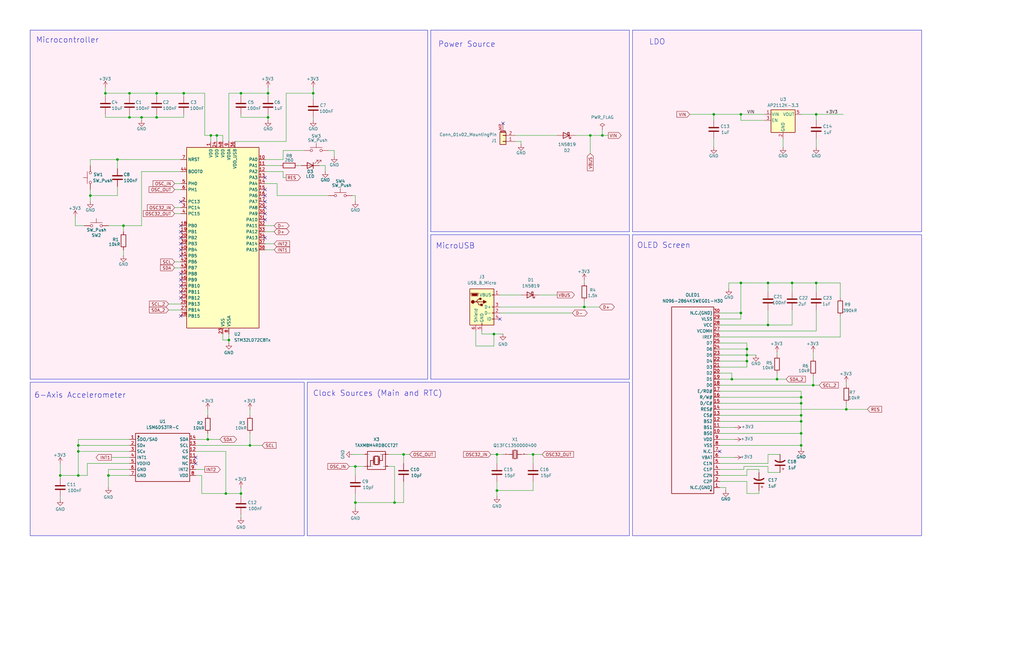
<source format=kicad_sch>
(kicad_sch (version 20231120) (generator "eeschema") (generator_version "8.0")
  (paper "User" 431.8 279.4)
  (title_block (title "Watch") (company "Pedro"))
  (junction (at 337.82 182.88))
  (junction (at 132.08 39.37))
  (junction (at 105.41 187.96))
  (junction (at 246.38 129.54))
  (junction (at 54.61 49.53))
  (junction (at 314.96 147.32))
  (junction (at 166.37 212.09))
  (junction (at 49.53 67.31))
  (junction (at 52.07 95.25))
  (junction (at 312.42 48.26))
  (junction (at 38.1 82.55))
  (junction (at 33.02 200.66))
  (junction (at 248.92 57.15))
  (junction (at 224.79 191.77))
  (junction (at 66.04 49.53))
  (junction (at 337.82 167.64))
  (junction (at 314.96 149.86))
  (junction (at 208.28 140.97))
  (junction (at 312.42 119.38))
  (junction (at 59.69 49.53))
  (junction (at 344.17 48.26))
  (junction (at 101.6 39.37))
  (junction (at 45.72 200.66))
  (junction (at 337.82 175.26))
  (junction (at 44.45 39.37))
  (junction (at 25.4 200.66))
  (junction (at 113.03 39.37))
  (junction (at 96.52 143.51))
  (junction (at 334.01 119.38))
  (junction (at 337.82 170.18))
  (junction (at 337.82 177.8))
  (junction (at 113.03 49.53))
  (junction (at 323.85 119.38))
  (junction (at 323.85 137.16))
  (junction (at 33.02 187.96))
  (junction (at 77.47 39.37))
  (junction (at 314.96 152.4))
  (junction (at 344.17 119.38))
  (junction (at 149.86 196.85))
  (junction (at 300.99 48.26))
  (junction (at 308.61 160.02))
  (junction (at 337.82 187.96))
  (junction (at 254 57.15))
  (junction (at 209.55 207.01))
  (junction (at 312.42 132.08))
  (junction (at 95.25 208.28))
  (junction (at 356.87 172.72))
  (junction (at 327.66 160.02))
  (junction (at 88.9 57.15))
  (junction (at 209.55 191.77))
  (junction (at 101.6 208.28))
  (junction (at 66.04 39.37))
  (junction (at 342.9 162.56))
  (junction (at 33.02 190.5))
  (junction (at 54.61 39.37))
  (junction (at 149.86 212.09))
  (junction (at 87.63 185.42))
  (junction (at 91.44 57.15))
  (junction (at 170.18 191.77))
  (no_connect (at 111.76 80.01))
  (no_connect (at 303.53 190.5))
  (no_connect (at 82.55 195.58))
  (no_connect (at 76.2 97.79))
  (no_connect (at 76.2 125.73))
  (no_connect (at 76.2 123.19))
  (no_connect (at 111.76 92.71))
  (no_connect (at 76.2 105.41))
  (no_connect (at 76.2 100.33))
  (no_connect (at 76.2 95.25))
  (no_connect (at 76.2 120.65))
  (no_connect (at 76.2 107.95))
  (no_connect (at 76.2 133.35))
  (no_connect (at 111.76 85.09))
  (no_connect (at 212.09 52.07))
  (no_connect (at 76.2 118.11))
  (no_connect (at 210.82 134.62))
  (no_connect (at 111.76 82.55))
  (no_connect (at 82.55 193.04))
  (no_connect (at 76.2 85.09))
  (no_connect (at 76.2 115.57))
  (no_connect (at 111.76 100.33))
  (no_connect (at 111.76 87.63))
  (no_connect (at 76.2 102.87))
  (no_connect (at 111.76 74.93))
  (no_connect (at 111.76 90.17))
  (wire (pts (xy 320.04 198.12) (xy 320.04 199.39)))
  (wire (pts (xy 303.53 162.56) (xy 342.9 162.56)))
  (wire (pts (xy 306.07 205.74) (xy 306.07 207.01)))
  (wire (pts (xy 49.53 67.31) (xy 76.2 67.31)))
  (wire (pts (xy 88.9 57.15) (xy 88.9 59.69)))
  (wire (pts (xy 303.53 175.26) (xy 337.82 175.26)))
  (wire (pts (xy 170.18 195.58) (xy 170.18 191.77)))
  (wire (pts (xy 36.83 195.58) (xy 36.83 200.66)))
  (wire (pts (xy 54.61 185.42) (xy 33.02 185.42)))
  (wire (pts (xy 323.85 196.85) (xy 323.85 199.39)))
  (wire (pts (xy 93.98 57.15) (xy 91.44 57.15)))
  (wire (pts (xy 71.12 128.27) (xy 76.2 128.27)))
  (wire (pts (xy 73.66 80.01) (xy 76.2 80.01)))
  (wire (pts (xy 207.01 191.77) (xy 209.55 191.77)))
  (wire (pts (xy 82.55 198.12) (xy 86.36 198.12)))
  (wire (pts (xy 105.41 182.88) (xy 105.41 187.96)))
  (wire (pts (xy 246.38 129.54) (xy 252.73 129.54)))
  (wire (pts (xy 66.04 48.26) (xy 66.04 49.53)))
  (wire (pts (xy 49.53 67.31) (xy 49.53 71.12)))
  (wire (pts (xy 303.53 149.86) (xy 314.96 149.86)))
  (wire (pts (xy 149.86 196.85) (xy 153.67 196.85)))
  (wire (pts (xy 337.82 189.23) (xy 337.82 187.96)))
  (wire (pts (xy 246.38 118.11) (xy 246.38 119.38)))
  (wire (pts (xy 66.04 49.53) (xy 77.47 49.53)))
  (wire (pts (xy 96.52 59.69) (xy 96.52 39.37)))
  (wire (pts (xy 54.61 200.66) (xy 45.72 200.66)))
  (wire (pts (xy 113.03 48.26) (xy 113.03 49.53)))
  (wire (pts (xy 323.85 137.16) (xy 334.01 137.16)))
  (wire (pts (xy 113.03 49.53) (xy 113.03 50.8)))
  (wire (pts (xy 59.69 72.39) (xy 76.2 72.39)))
  (wire (pts (xy 334.01 119.38) (xy 334.01 123.19)))
  (wire (pts (xy 73.66 113.03) (xy 76.2 113.03)))
  (wire (pts (xy 113.03 36.83) (xy 113.03 39.37)))
  (wire (pts (xy 73.66 110.49) (xy 76.2 110.49)))
  (wire (pts (xy 320.04 207.01) (xy 320.04 208.28)))
  (wire (pts (xy 209.55 207.01) (xy 209.55 209.55)))
  (wire (pts (xy 170.18 191.77) (xy 172.72 191.77)))
  (wire (pts (xy 314.96 203.2) (xy 314.96 208.28)))
  (wire (pts (xy 93.98 59.69) (xy 93.98 57.15)))
  (wire (pts (xy 344.17 119.38) (xy 354.33 119.38)))
  (wire (pts (xy 91.44 59.69) (xy 91.44 57.15)))
  (wire (pts (xy 337.82 177.8) (xy 337.82 182.88)))
  (wire (pts (xy 25.4 201.93) (xy 25.4 200.66)))
  (wire (pts (xy 54.61 195.58) (xy 36.83 195.58)))
  (wire (pts (xy 307.34 119.38) (xy 312.42 119.38)))
  (wire (pts (xy 120.65 39.37) (xy 132.08 39.37)))
  (wire (pts (xy 38.1 82.55) (xy 49.53 82.55)))
  (wire (pts (xy 111.76 69.85) (xy 118.11 69.85)))
  (wire (pts (xy 149.86 212.09) (xy 166.37 212.09)))
  (wire (pts (xy 86.36 39.37) (xy 77.47 39.37)))
  (wire (pts (xy 86.36 39.37) (xy 86.36 57.15)))
  (wire (pts (xy 96.52 39.37) (xy 101.6 39.37)))
  (wire (pts (xy 224.79 191.77) (xy 228.6 191.77)))
  (wire (pts (xy 111.76 97.79) (xy 115.57 97.79)))
  (wire (pts (xy 327.66 148.59) (xy 327.66 149.86)))
  (wire (pts (xy 254 57.15) (xy 256.54 57.15)))
  (wire (pts (xy 327.66 157.48) (xy 327.66 160.02)))
  (wire (pts (xy 119.38 74.93) (xy 120.65 74.93)))
  (wire (pts (xy 209.55 207.01) (xy 224.79 207.01)))
  (wire (pts (xy 148.59 191.77) (xy 153.67 191.77)))
  (wire (pts (xy 66.04 39.37) (xy 77.47 39.37)))
  (wire (pts (xy 323.85 119.38) (xy 334.01 119.38)))
  (wire (pts (xy 38.1 69.85) (xy 38.1 67.31)))
  (wire (pts (xy 303.53 147.32) (xy 314.96 147.32)))
  (wire (pts (xy 219.71 59.69) (xy 219.71 60.96)))
  (wire (pts (xy 217.17 57.15) (xy 234.95 57.15)))
  (wire (pts (xy 303.53 203.2) (xy 314.96 203.2)))
  (wire (pts (xy 33.02 187.96) (xy 33.02 190.5)))
  (wire (pts (xy 119.38 63.5) (xy 128.27 63.5)))
  (wire (pts (xy 323.85 123.19) (xy 323.85 119.38)))
  (wire (pts (xy 344.17 48.26) (xy 344.17 50.8)))
  (wire (pts (xy 66.04 39.37) (xy 66.04 40.64)))
  (wire (pts (xy 312.42 48.26) (xy 312.42 50.8)))
  (wire (pts (xy 33.02 190.5) (xy 33.02 200.66)))
  (wire (pts (xy 313.69 196.85) (xy 323.85 196.85)))
  (wire (pts (xy 303.53 137.16) (xy 323.85 137.16)))
  (wire (pts (xy 59.69 49.53) (xy 66.04 49.53)))
  (wire (pts (xy 149.86 208.28) (xy 149.86 212.09)))
  (wire (pts (xy 125.73 69.85) (xy 127 69.85)))
  (wire (pts (xy 313.69 198.12) (xy 313.69 196.85)))
  (wire (pts (xy 356.87 161.29) (xy 356.87 162.56)))
  (wire (pts (xy 300.99 58.42) (xy 300.99 62.23)))
  (wire (pts (xy 87.63 182.88) (xy 87.63 185.42)))
  (wire (pts (xy 209.55 191.77) (xy 212.09 191.77)))
  (wire (pts (xy 149.86 82.55) (xy 149.86 85.09)))
  (wire (pts (xy 87.63 185.42) (xy 92.71 185.42)))
  (wire (pts (xy 303.53 198.12) (xy 313.69 198.12)))
  (wire (pts (xy 203.2 140.97) (xy 208.28 140.97)))
  (wire (pts (xy 314.96 152.4) (xy 314.96 149.86)))
  (wire (pts (xy 254 54.61) (xy 254 57.15)))
  (wire (pts (xy 222.25 191.77) (xy 224.79 191.77)))
  (wire (pts (xy 303.53 167.64) (xy 337.82 167.64)))
  (wire (pts (xy 101.6 39.37) (xy 101.6 40.64)))
  (wire (pts (xy 82.55 200.66) (xy 85.09 200.66)))
  (wire (pts (xy 101.6 49.53) (xy 113.03 49.53)))
  (wire (pts (xy 96.52 140.97) (xy 96.52 143.51)))
  (wire (pts (xy 323.85 195.58) (xy 323.85 191.77)))
  (wire (pts (xy 200.66 139.7) (xy 200.66 146.05)))
  (wire (pts (xy 312.42 132.08) (xy 312.42 119.38)))
  (wire (pts (xy 116.84 77.47) (xy 116.84 82.55)))
  (wire (pts (xy 33.02 200.66) (xy 36.83 200.66)))
  (wire (pts (xy 337.82 170.18) (xy 337.82 175.26)))
  (wire (pts (xy 314.96 147.32) (xy 314.96 144.78)))
  (wire (pts (xy 337.82 167.64) (xy 337.82 170.18)))
  (wire (pts (xy 303.53 132.08) (xy 312.42 132.08)))
  (wire (pts (xy 54.61 48.26) (xy 54.61 49.53)))
  (wire (pts (xy 314.96 208.28) (xy 320.04 208.28)))
  (wire (pts (xy 248.92 57.15) (xy 248.92 64.77)))
  (wire (pts (xy 147.32 196.85) (xy 149.86 196.85)))
  (wire (pts (xy 111.76 72.39) (xy 119.38 72.39)))
  (wire (pts (xy 113.03 39.37) (xy 113.03 40.64)))
  (wire (pts (xy 31.75 91.44) (xy 31.75 95.25)))
  (wire (pts (xy 45.72 95.25) (xy 52.07 95.25)))
  (wire (pts (xy 149.86 212.09) (xy 149.86 214.63)))
  (wire (pts (xy 95.25 190.5) (xy 95.25 208.28)))
  (wire (pts (xy 337.82 48.26) (xy 344.17 48.26)))
  (wire (pts (xy 344.17 58.42) (xy 344.17 62.23)))
  (wire (pts (xy 163.83 196.85) (xy 166.37 196.85)))
  (wire (pts (xy 73.66 77.47) (xy 76.2 77.47)))
  (wire (pts (xy 59.69 49.53) (xy 59.69 50.8)))
  (wire (pts (xy 49.53 78.74) (xy 49.53 82.55)))
  (wire (pts (xy 101.6 205.74) (xy 101.6 208.28)))
  (wire (pts (xy 111.76 102.87) (xy 115.57 102.87)))
  (wire (pts (xy 95.25 208.28) (xy 101.6 208.28)))
  (wire (pts (xy 217.17 59.69) (xy 219.71 59.69)))
  (wire (pts (xy 44.45 39.37) (xy 54.61 39.37)))
  (wire (pts (xy 354.33 142.24) (xy 303.53 142.24)))
  (wire (pts (xy 25.4 195.58) (xy 25.4 200.66)))
  (wire (pts (xy 314.96 198.12) (xy 320.04 198.12)))
  (wire (pts (xy 337.82 177.8) (xy 303.53 177.8)))
  (wire (pts (xy 86.36 57.15) (xy 88.9 57.15)))
  (wire (pts (xy 132.08 39.37) (xy 132.08 41.91)))
  (wire (pts (xy 82.55 190.5) (xy 95.25 190.5)))
  (wire (pts (xy 44.45 40.64) (xy 44.45 39.37)))
  (wire (pts (xy 85.09 200.66) (xy 85.09 208.28)))
  (wire (pts (xy 344.17 130.81) (xy 344.17 139.7)))
  (wire (pts (xy 303.53 170.18) (xy 337.82 170.18)))
  (wire (pts (xy 337.82 165.1) (xy 337.82 167.64)))
  (wire (pts (xy 330.2 58.42) (xy 330.2 62.23)))
  (wire (pts (xy 119.38 67.31) (xy 119.38 63.5)))
  (wire (pts (xy 209.55 195.58) (xy 209.55 191.77)))
  (wire (pts (xy 25.4 200.66) (xy 33.02 200.66)))
  (wire (pts (xy 354.33 125.73) (xy 354.33 119.38)))
  (wire (pts (xy 25.4 209.55) (xy 25.4 210.82)))
  (wire (pts (xy 170.18 203.2) (xy 170.18 212.09)))
  (wire (pts (xy 342.9 162.56) (xy 345.44 162.56)))
  (wire (pts (xy 120.65 59.69) (xy 99.06 59.69)))
  (wire (pts (xy 119.38 72.39) (xy 119.38 74.93)))
  (wire (pts (xy 44.45 48.26) (xy 44.45 49.53)))
  (wire (pts (xy 105.41 172.72) (xy 105.41 175.26)))
  (wire (pts (xy 93.98 143.51) (xy 96.52 143.51)))
  (wire (pts (xy 323.85 199.39) (xy 328.93 199.39)))
  (wire (pts (xy 303.53 172.72) (xy 356.87 172.72)))
  (wire (pts (xy 52.07 95.25) (xy 52.07 97.79)))
  (wire (pts (xy 35.56 95.25) (xy 31.75 95.25)))
  (wire (pts (xy 312.42 48.26) (xy 322.58 48.26)))
  (wire (pts (xy 38.1 82.55) (xy 38.1 85.09)))
  (wire (pts (xy 208.28 146.05) (xy 208.28 140.97)))
  (wire (pts (xy 96.52 143.51) (xy 96.52 144.78)))
  (wire (pts (xy 303.53 187.96) (xy 337.82 187.96)))
  (wire (pts (xy 77.47 48.26) (xy 77.47 49.53)))
  (wire (pts (xy 149.86 82.55) (xy 148.59 82.55)))
  (wire (pts (xy 73.66 87.63) (xy 76.2 87.63)))
  (wire (pts (xy 342.9 158.75) (xy 342.9 162.56)))
  (wire (pts (xy 224.79 207.01) (xy 224.79 203.2)))
  (wire (pts (xy 101.6 217.17) (xy 101.6 218.44)))
  (wire (pts (xy 132.08 49.53) (xy 132.08 50.8)))
  (wire (pts (xy 210.82 129.54) (xy 246.38 129.54)))
  (wire (pts (xy 314.96 144.78) (xy 303.53 144.78)))
  (wire (pts (xy 45.72 200.66) (xy 45.72 205.74)))
  (wire (pts (xy 242.57 57.15) (xy 248.92 57.15)))
  (wire (pts (xy 82.55 187.96) (xy 105.41 187.96)))
  (wire (pts (xy 337.82 175.26) (xy 337.82 177.8)))
  (wire (pts (xy 134.62 69.85) (xy 137.16 69.85)))
  (wire (pts (xy 120.65 39.37) (xy 120.65 59.69)))
  (wire (pts (xy 312.42 134.62) (xy 312.42 132.08)))
  (wire (pts (xy 303.53 134.62) (xy 312.42 134.62)))
  (wire (pts (xy 82.55 185.42) (xy 87.63 185.42)))
  (wire (pts (xy 54.61 198.12) (xy 45.72 198.12)))
  (wire (pts (xy 303.53 157.48) (xy 308.61 157.48)))
  (wire (pts (xy 38.1 67.31) (xy 49.53 67.31)))
  (wire (pts (xy 344.17 119.38) (xy 344.17 123.19)))
  (wire (pts (xy 111.76 95.25) (xy 115.57 95.25)))
  (wire (pts (xy 303.53 154.94) (xy 314.96 154.94)))
  (wire (pts (xy 246.38 127) (xy 246.38 129.54)))
  (wire (pts (xy 111.76 77.47) (xy 116.84 77.47)))
  (wire (pts (xy 337.82 187.96) (xy 337.82 182.88)))
  (wire (pts (xy 73.66 90.17) (xy 76.2 90.17)))
  (wire (pts (xy 334.01 130.81) (xy 334.01 137.16)))
  (wire (pts (xy 137.16 69.85) (xy 137.16 72.39)))
  (wire (pts (xy 54.61 39.37) (xy 54.61 40.64)))
  (wire (pts (xy 44.45 36.83) (xy 44.45 39.37)))
  (wire (pts (xy 210.82 132.08) (xy 241.3 132.08)))
  (wire (pts (xy 344.17 48.26) (xy 355.6 48.26)))
  (wire (pts (xy 87.63 172.72) (xy 87.63 175.26)))
  (wire (pts (xy 303.53 205.74) (xy 306.07 205.74)))
  (wire (pts (xy 323.85 130.81) (xy 323.85 137.16)))
  (wire (pts (xy 111.76 105.41) (xy 115.57 105.41)))
  (wire (pts (xy 208.28 140.97) (xy 212.09 140.97)))
  (wire (pts (xy 356.87 170.18) (xy 356.87 172.72)))
  (wire (pts (xy 303.53 182.88) (xy 337.82 182.88)))
  (wire (pts (xy 54.61 190.5) (xy 33.02 190.5)))
  (wire (pts (xy 132.08 36.83) (xy 132.08 39.37)))
  (wire (pts (xy 54.61 187.96) (xy 33.02 187.96)))
  (wire (pts (xy 54.61 39.37) (xy 66.04 39.37)))
  (wire (pts (xy 85.09 208.28) (xy 95.25 208.28)))
  (wire (pts (xy 52.07 105.41) (xy 52.07 107.95)))
  (wire (pts (xy 248.92 57.15) (xy 254 57.15)))
  (wire (pts (xy 166.37 212.09) (xy 170.18 212.09)))
  (wire (pts (xy 71.12 130.81) (xy 76.2 130.81)))
  (wire (pts (xy 308.61 160.02) (xy 327.66 160.02)))
  (wire (pts (xy 200.66 146.05) (xy 208.28 146.05)))
  (wire (pts (xy 314.96 154.94) (xy 314.96 152.4)))
  (wire (pts (xy 33.02 185.42) (xy 33.02 187.96)))
  (wire (pts (xy 101.6 209.55) (xy 101.6 208.28)))
  (wire (pts (xy 314.96 149.86) (xy 314.96 147.32)))
  (wire (pts (xy 46.99 193.04) (xy 54.61 193.04)))
  (wire (pts (xy 327.66 160.02) (xy 331.47 160.02)))
  (wire (pts (xy 91.44 57.15) (xy 88.9 57.15)))
  (wire (pts (xy 45.72 198.12) (xy 45.72 200.66)))
  (wire (pts (xy 93.98 140.97) (xy 93.98 143.51)))
  (wire (pts (xy 334.01 119.38) (xy 344.17 119.38)))
  (wire (pts (xy 166.37 196.85) (xy 166.37 212.09)))
  (wire (pts (xy 203.2 139.7) (xy 203.2 140.97)))
  (wire (pts (xy 303.53 193.04) (xy 309.88 193.04)))
  (wire (pts (xy 209.55 203.2) (xy 209.55 207.01)))
  (wire (pts (xy 303.53 180.34) (xy 309.88 180.34)))
  (wire (pts (xy 314.96 149.86) (xy 318.77 149.86)))
  (wire (pts (xy 303.53 152.4) (xy 314.96 152.4)))
  (wire (pts (xy 59.69 72.39) (xy 59.69 95.25)))
  (wire (pts (xy 300.99 48.26) (xy 300.99 50.8)))
  (wire (pts (xy 323.85 191.77) (xy 328.93 191.77)))
  (wire (pts (xy 101.6 39.37) (xy 113.03 39.37)))
  (wire (pts (xy 356.87 172.72) (xy 365.76 172.72)))
  (wire (pts (xy 111.76 67.31) (xy 119.38 67.31)))
  (wire (pts (xy 54.61 49.53) (xy 59.69 49.53)))
  (wire (pts (xy 210.82 124.46) (xy 219.71 124.46)))
  (wire (pts (xy 354.33 133.35) (xy 354.33 142.24)))
  (wire (pts (xy 300.99 48.26) (xy 312.42 48.26)))
  (wire (pts (xy 290.83 48.26) (xy 300.99 48.26)))
  (wire (pts (xy 303.53 185.42) (xy 309.88 185.42)))
  (wire (pts (xy 342.9 148.59) (xy 342.9 151.13)))
  (wire (pts (xy 116.84 82.55) (xy 138.43 82.55)))
  (wire (pts (xy 308.61 157.48) (xy 308.61 160.02)))
  (wire (pts (xy 314.96 200.66) (xy 314.96 198.12)))
  (wire (pts (xy 303.53 195.58) (xy 323.85 195.58)))
  (wire (pts (xy 140.97 63.5) (xy 140.97 66.04)))
  (wire (pts (xy 303.53 139.7) (xy 344.17 139.7)))
  (wire (pts (xy 303.53 200.66) (xy 314.96 200.66)))
  (wire (pts (xy 52.07 95.25) (xy 59.69 95.25)))
  (wire (pts (xy 138.43 63.5) (xy 140.97 63.5)))
  (wire (pts (xy 307.34 121.92) (xy 307.34 119.38)))
  (wire (pts (xy 44.45 49.53) (xy 54.61 49.53)))
  (wire (pts (xy 227.33 124.46) (xy 234.95 124.46)))
  (wire (pts (xy 322.58 50.8) (xy 312.42 50.8)))
  (wire (pts (xy 38.1 80.01) (xy 38.1 82.55)))
  (wire (pts (xy 101.6 48.26) (xy 101.6 49.53)))
  (wire (pts (xy 312.42 119.38) (xy 323.85 119.38)))
  (wire (pts (xy 303.53 165.1) (xy 337.82 165.1)))
  (wire (pts (xy 303.53 160.02) (xy 308.61 160.02)))
  (wire (pts (xy 105.41 187.96) (xy 110.49 187.96)))
  (wire (pts (xy 224.79 195.58) (xy 224.79 191.77)))
  (wire (pts (xy 77.47 39.37) (xy 77.47 40.64)))
  (wire (pts (xy 163.83 191.77) (xy 170.18 191.77)))
  (wire (pts (xy 149.86 200.66) (xy 149.86 196.85)))
  (rectangle (start 181.61 99.06) (end 265.43 160.02) (fill (type color) (color 255 173 214 0.2)))
  (rectangle (start 181.61 12.7) (end 265.43 97.79) (fill (type color) (color 255 173 214 0.2)))
  (rectangle (start 266.7 12.7) (end 388.62 97.79) (fill (type color) (color 255 173 214 0.2)))
  (rectangle (start 129.54 161.29) (end 265.43 226.06) (fill (type color) (color 255 173 214 0.2)))
  (rectangle (start 12.7 161.29) (end 128.27 226.06) (fill (type color) (color 255 173 214 0.2)))
  (rectangle (start 266.7 99.06) (end 388.62 226.06) (fill (type color) (color 255 173 214 0.2)))
  (rectangle (start 12.7 12.7) (end 180.34 160.02) (fill (type color) (color 254 172 212 0.2)))
  (text "LDO" (at 277.114 17.78 0) (effects (font (size 2.3368 2.3368))))
  (text "MicroUSB\n" (at 192.024 103.886 0) (effects (font (size 2.3368 2.3368))))
  (text "Power Source" (at 196.85 18.796 0) (effects (font (size 2.3368 2.3368))))
  (text "Clock Sources (Main and RTC)" (at 159.258 166.116 0) (effects (font (size 2.3368 2.3368))))
  (text "6-Axis Accelerometer" (at 33.782 166.878 0) (effects (font (size 2.3368 2.3368))))
  (text "OLED Screen" (at 279.908 103.632 0) (effects (font (size 2.3368 2.3368))))
  (text "Microcontroller" (at 28.448 17.018 0) (effects (font (size 2.3368 2.3368))))
  (label "VIN" (at 314.96 48.26 0))
  (label "+3V3" (at 347.98 48.26 0))
  (global_label "VBUS" (shape input) (at 248.92 64.77 270) (property "Intersheetrefs" "${INTERSHEET_REFS}" (effects (hide yes))))
  (global_label "OSC_OUT" (shape input) (at 73.66 80.01 180) (property "Intersheetrefs" "${INTERSHEET_REFS}" (effects (hide yes))))
  (global_label "OSC32_IN" (shape input) (at 207.01 191.77 180) (property "Intersheetrefs" "${INTERSHEET_REFS}" (effects (hide yes))))
  (global_label "OSC_OUT" (shape input) (at 172.72 191.77 0) (property "Intersheetrefs" "${INTERSHEET_REFS}" (effects (hide yes))))
  (global_label "OSC32_OUT" (shape input) (at 73.66 90.17 180) (property "Intersheetrefs" "${INTERSHEET_REFS}" (effects (hide yes))))
  (global_label "SDA_2" (shape input) (at 71.12 130.81 180) (property "Intersheetrefs" "${INTERSHEET_REFS}" (effects (hide yes))))
  (global_label "SDA" (shape bidirectional) (at 92.71 185.42 0) (property "Intersheetrefs" "${INTERSHEET_REFS}" (effects (hide yes))))
  (global_label "SCL_2" (shape input) (at 345.44 162.56 0) (property "Intersheetrefs" "${INTERSHEET_REFS}" (effects (hide yes))))
  (global_label "VIN" (shape input) (at 290.83 48.26 180) (property "Intersheetrefs" "${INTERSHEET_REFS}" (effects (hide yes))))
  (global_label "INT2" (shape input) (at 115.57 102.87 0) (property "Intersheetrefs" "${INTERSHEET_REFS}" (effects (hide yes))))
  (global_label "OSC_IN" (shape input) (at 73.66 77.47 180) (property "Intersheetrefs" "${INTERSHEET_REFS}" (effects (hide yes))))
  (global_label "SCL" (shape input) (at 110.49 187.96 0) (property "Intersheetrefs" "${INTERSHEET_REFS}" (effects (hide yes))))
  (global_label "RES" (shape output) (at 120.65 74.93 0) (property "Intersheetrefs" "${INTERSHEET_REFS}" (effects (hide yes))))
  (global_label "INT1" (shape input) (at 115.57 105.41 0) (property "Intersheetrefs" "${INTERSHEET_REFS}" (effects (hide yes))))
  (global_label "SDA" (shape input) (at 73.66 113.03 180) (property "Intersheetrefs" "${INTERSHEET_REFS}" (effects (hide yes))))
  (global_label "SDA_2" (shape input) (at 331.47 160.02 0) (property "Intersheetrefs" "${INTERSHEET_REFS}" (effects (hide yes))))
  (global_label "SCL" (shape input) (at 73.66 110.49 180) (property "Intersheetrefs" "${INTERSHEET_REFS}" (effects (hide yes))))
  (global_label "INT2" (shape output) (at 86.36 198.12 0) (property "Intersheetrefs" "${INTERSHEET_REFS}" (effects (hide yes))))
  (global_label "VIN" (shape output) (at 256.54 57.15 0) (property "Intersheetrefs" "${INTERSHEET_REFS}" (effects (hide yes))))
  (global_label "SCL_2" (shape input) (at 71.12 128.27 180) (property "Intersheetrefs" "${INTERSHEET_REFS}" (effects (hide yes))))
  (global_label "OSC_IN" (shape input) (at 147.32 196.85 180) (property "Intersheetrefs" "${INTERSHEET_REFS}" (effects (hide yes))))
  (global_label "D-" (shape bidirectional) (at 241.3 132.08 0) (property "Intersheetrefs" "${INTERSHEET_REFS}" (effects (hide yes))))
  (global_label "OSC32_OUT" (shape input) (at 228.6 191.77 0) (property "Intersheetrefs" "${INTERSHEET_REFS}" (effects (hide yes))))
  (global_label "INT1" (shape output) (at 46.99 193.04 180) (property "Intersheetrefs" "${INTERSHEET_REFS}" (effects (hide yes))))
  (global_label "OSC32_IN" (shape input) (at 73.66 87.63 180) (property "Intersheetrefs" "${INTERSHEET_REFS}" (effects (hide yes))))
  (global_label "VBUS" (shape output) (at 234.95 124.46 0) (property "Intersheetrefs" "${INTERSHEET_REFS}" (effects (hide yes))))
  (global_label "D-" (shape bidirectional) (at 115.57 95.25 0) (property "Intersheetrefs" "${INTERSHEET_REFS}" (effects (hide yes))))
  (global_label "D+" (shape bidirectional) (at 115.57 97.79 0) (property "Intersheetrefs" "${INTERSHEET_REFS}" (effects (hide yes))))
  (global_label "D+" (shape bidirectional) (at 252.73 129.54 0) (property "Intersheetrefs" "${INTERSHEET_REFS}" (effects (hide yes))))
  (global_label "RES" (shape input) (at 365.76 172.72 0) (property "Intersheetrefs" "${INTERSHEET_REFS}" (effects (hide yes))))
  (symbol (lib_id "SCHLIB_N096-2864KSWEG01-H30_2025-05-28:N096-2864KSWEG01-H30") (at 292.1 168.91 180) (unit 1)
    (property "Reference" "OLED1" (at 292.1 124.46 0))
    (property "Value" "N096-2864KSWEG01-H30" (at 292.1 127 0))
    (property "Footprint" "Watch-PCB-Lib:OLED_0.96-30P-P0.70-12864" (effects (hide yes)))
    (property "Manufacturer Part" "N096-2864KSWEG01-H30" (effects (hide yes)))
    (property "Manufacturer" "Newvision(新智景)" (effects (hide yes)))
    (property "Supplier Part" "C2890596" (effects (hide yes)))
    (property "Supplier" "LCSC" (effects (hide yes)))
    (property "JLC_3DModel" "051045abecb44869adf3d7bdc1667540" (effects (hide yes)))
    (property "JLC_3D_Size" "26.7 31.27" (effects (hide yes)))
  )
  (symbol (lib_id "power:+3V3") (at 101.6 205.74 0) (unit 1)
    (property "Reference" "#PWR030" (effects (hide yes)))
    (property "Value" "+3V3" (at 101.346 202.184 0))
    (property "Description" "Power symbol creates a global label with name \"+3V3\"" (effects (hide yes)))
  )
  (symbol (lib_id "Device:C") (at 300.99 54.61 0) (unit 1)
    (property "Reference" "C13" (at 303.784 53.34 0) (effects (justify left)))
    (property "Value" "1uF" (at 304.038 55.88 0) (effects (justify left)))
    (property "Footprint" "Capacitor_SMD:C_0805_2012Metric" (effects (hide yes)))
    (property "Description" "Unpolarized capacitor" (effects (hide yes)))
  )
  (symbol (lib_id "power:+3V3") (at 309.88 185.42 270) (unit 1)
    (property "Reference" "#PWR037" (effects (hide yes)))
    (property "Value" "+3V3" (at 314.96 185.166 90))
    (property "Description" "Power symbol creates a global label with name \"+3V3\"" (effects (hide yes)))
  )
  (symbol (lib_id "power:GND") (at 337.82 189.23 0) (unit 1)
    (property "Reference" "#PWR021" (effects (hide yes)))
    (property "Value" "GND" (at 337.82 192.786 0))
    (property "Description" "Power symbol creates a global label with name \"GND\" , ground" (effects (hide yes)))
  )
  (symbol (lib_id "Device:R") (at 342.9 154.94 180) (unit 1)
    (property "Reference" "R6" (at 339.598 154.432 0))
    (property "Value" "10kR" (at 339.09 156.464 0))
    (property "Footprint" "Resistor_SMD:R_0805_2012Metric" (effects (hide yes)))
    (property "Description" "Resistor" (effects (hide yes)))
  )
  (symbol (lib_id "power:GND") (at 209.55 209.55 0) (unit 1)
    (property "Reference" "#PWR023" (effects (hide yes)))
    (property "Value" "GND" (at 209.55 213.614 0))
    (property "Description" "Power symbol creates a global label with name \"GND\" , ground" (effects (hide yes)))
  )
  (symbol (lib_id "power:+3V3") (at 327.66 148.59 0) (unit 1)
    (property "Reference" "#PWR034" (effects (hide yes)))
    (property "Value" "+3V3" (at 327.406 145.034 0))
    (property "Description" "Power symbol creates a global label with name \"+3V3\"" (effects (hide yes)))
  )
  (symbol (lib_id "Device:LED") (at 130.81 69.85 180) (unit 1)
    (property "Reference" "D3" (at 130.81 72.39 0))
    (property "Value" "LED" (at 130.81 74.422 0))
    (property "Footprint" "Watch-PCB-Lib:LED0805-R-RD" (effects (hide yes)))
    (property "Description" "Light emitting diode" (effects (hide yes)))
  )
  (symbol (lib_id "power:GND") (at 59.69 50.8 0) (unit 1)
    (property "Reference" "#PWR02" (effects (hide yes)))
    (property "Value" "GND" (at 59.69 54.356 0))
    (property "Description" "Power symbol creates a global label with name \"GND\" , ground" (effects (hide yes)))
  )
  (symbol (lib_id "Connector:USB_B_Micro") (at 203.2 129.54 0) (unit 1)
    (property "Reference" "J3" (at 203.2 116.84 0))
    (property "Value" "USB_B_Micro" (at 203.2 119.38 0))
    (property "Footprint" "Watch-PCB-Lib:MICRO-USB-SMD_5P-P0.65-H-F_C10418" (effects (hide yes)))
    (property "Description" "USB Micro Type B connector" (effects (hide yes)))
    (property "JLC_3DModel" "8d98bdb22dfe41cea8df3303517703a8" (effects (hide yes)))
    (property "JLC_3D_Size" "8.002 5.6" (effects (hide yes)))
  )
  (symbol (lib_id "Device:R") (at 52.07 101.6 180) (unit 1)
    (property "Reference" "R1" (at 48.768 101.092 0))
    (property "Value" "10kR" (at 48.26 103.124 0))
    (property "Footprint" "Resistor_SMD:R_0805_2012Metric" (effects (hide yes)))
    (property "Description" "Resistor" (effects (hide yes)))
  )
  (symbol (lib_id "power:GND") (at 149.86 214.63 0) (unit 1)
    (property "Reference" "#PWR011" (effects (hide yes)))
    (property "Value" "GND" (at 149.86 218.694 0))
    (property "Description" "Power symbol creates a global label with name \"GND\" , ground" (effects (hide yes)))
  )
  (symbol (lib_id "Device:C") (at 113.03 44.45 0) (unit 1)
    (property "Reference" "C6" (at 115.57 43.18 0) (effects (justify left)))
    (property "Value" "1uF" (at 115.57 45.72 0) (effects (justify left)))
    (property "Footprint" "Capacitor_SMD:C_0805_2012Metric" (effects (hide yes)))
    (property "Description" "Unpolarized capacitor" (effects (hide yes)))
  )
  (symbol (lib_id "Device:C_Polarized_US") (at 328.93 195.58 180) (unit 1)
    (property "Reference" "C18" (at 331.978 194.818 0) (effects (justify right)))
    (property "Value" "1uF" (at 332.232 197.358 0) (effects (justify right)))
    (property "Footprint" "Capacitor_SMD:C_0805_2012Metric" (effects (hide yes)))
    (property "Description" "Polarized capacitor, US symbol" (effects (hide yes)))
  )
  (symbol (lib_id "Diode:1N5819") (at 223.52 124.46 180) (unit 1)
    (property "Reference" "D1" (at 223.8375 118.11 0))
    (property "Value" "1N5819" (at 223.8375 120.65 0))
    (property "Footprint" "Watch-PCB-Lib:SOD-123_L2.7-W1.6-LS3.7-RD" (effects (hide yes)))
    (property "Datasheet" "http://www.vishay.com/docs/88525/1n5817.pdf" (effects (hide yes)))
    (property "Description" "40V 1A Schottky Barrier Rectifier Diode, DO-41" (effects (hide yes)))
    (property "JLC_3DModel" "4d7f235d12124480ae44c354a7fd93dd" (effects (hide yes)))
    (property "JLC_3D_Size" "3.709 1.6" (effects (hide yes)))
  )
  (symbol (lib_id "Device:C_Polarized_US") (at 320.04 203.2 180) (unit 1)
    (property "Reference" "C17" (at 323.85 202.5649 0) (effects (justify right)))
    (property "Value" "1uF" (at 323.85 205.1049 0) (effects (justify right)))
    (property "Footprint" "Capacitor_SMD:C_0805_2012Metric" (effects (hide yes)))
    (property "Description" "Polarized capacitor, US symbol" (effects (hide yes)))
  )
  (symbol (lib_id "power:GND") (at 212.09 140.97 0) (unit 1)
    (property "Reference" "#PWR010" (effects (hide yes)))
    (property "Value" "GND" (at 212.09 145.288 0))
    (property "Description" "Power symbol creates a global label with name \"GND\" , ground" (effects (hide yes)))
  )
  (symbol (lib_id "Device:C") (at 224.79 199.39 0) (unit 1)
    (property "Reference" "C16" (at 227.584 198.12 0) (effects (justify left)))
    (property "Value" "15pF" (at 227.838 200.66 0) (effects (justify left)))
    (property "Footprint" "Capacitor_SMD:C_0402_1005Metric" (effects (hide yes)))
    (property "Description" "Unpolarized capacitor" (effects (hide yes)))
  )
  (symbol (lib_id "power:+3V3") (at 246.38 118.11 0) (unit 1)
    (property "Reference" "#PWR040" (effects (hide yes)))
    (property "Value" "+3V3" (at 246.126 114.554 0))
    (property "Description" "Power symbol creates a global label with name \"+3V3\"" (effects (hide yes)))
  )
  (symbol (lib_id "Device:C") (at 101.6 213.36 0) (unit 1)
    (property "Reference" "C12" (at 104.394 212.09 0) (effects (justify left)))
    (property "Value" "100nF" (at 104.648 214.63 0) (effects (justify left)))
    (property "Footprint" "Capacitor_SMD:C_0603_1608Metric" (effects (hide yes)))
    (property "Description" "Unpolarized capacitor" (effects (hide yes)))
  )
  (symbol (lib_id "Connector_Generic_MountingPin:Conn_01x02_MountingPin") (at 212.09 59.69 180) (unit 1)
    (property "Reference" "J1" (at 209.55 59.3345 0) (effects (justify left)))
    (property "Value" "Conn_01x02_MountingPin" (at 209.55 56.7945 0) (effects (justify left)))
    (property "Footprint" "Watch-PCB-Lib:HDR-TH_2P-P2.00-H-M_2005WR-2P" (effects (hide yes)))
    (property "Description" "Generic connectable mounting pin connector, single row, 01x02, script generated (kicad-library-utils/schlib/autogen/connector/)" (effects (hide yes)))
    (property "JLC_3DModel" "bbbe6f8a9a8948aa8046efa4a5376ae2" (effects (hide yes)))
    (property "JLC_3D_Size" "4.01 7.2" (effects (hide yes)))
  )
  (symbol (lib_id "power:+3V3") (at 31.75 91.44 0) (unit 1)
    (property "Reference" "#PWR022" (effects (hide yes)))
    (property "Value" "+3V3" (at 31.496 87.884 0))
    (property "Description" "Power symbol creates a global label with name \"+3V3\"" (effects (hide yes)))
  )
  (symbol (lib_id "power:GND") (at 25.4 210.82 0) (unit 1)
    (property "Reference" "#PWR016" (effects (hide yes)))
    (property "Value" "GND" (at 25.4 214.884 0))
    (property "Description" "Power symbol creates a global label with name \"GND\" , ground" (effects (hide yes)))
  )
  (symbol (lib_id "power:GND") (at 306.07 207.01 0) (unit 1)
    (property "Reference" "#PWR020" (effects (hide yes)))
    (property "Value" "GND" (at 306.07 210.566 0))
    (property "Description" "Power symbol creates a global label with name \"GND\" , ground" (effects (hide yes)))
  )
  (symbol (lib_id "power:GND") (at 38.1 85.09 0) (unit 1)
    (property "Reference" "#PWR08" (effects (hide yes)))
    (property "Value" "GND" (at 38.1 88.646 0))
    (property "Description" "Power symbol creates a global label with name \"GND\" , ground" (effects (hide yes)))
  )
  (symbol (lib_id "Device:C") (at 323.85 127 0) (unit 1)
    (property "Reference" "C21" (at 326.136 125.222 0) (effects (justify left)))
    (property "Value" "100nF" (at 325.628 127.762 0) (effects (justify left)))
    (property "Footprint" "Capacitor_SMD:C_0603_1608Metric" (effects (hide yes)))
    (property "Description" "Unpolarized capacitor" (effects (hide yes)))
  )
  (symbol (lib_id "power:PWR_FLAG") (at 254 54.61 0) (unit 1)
    (property "Reference" "#FLG01" (effects (hide yes)))
    (property "Value" "PWR_FLAG" (at 254 49.53 0))
    (property "Description" "Special symbol for telling ERC where power comes from" (effects (hide yes)))
  )
  (symbol (lib_id "power:GND") (at 318.77 149.86 0) (unit 1)
    (property "Reference" "#PWR033" (effects (hide yes)))
    (property "Value" "GND" (at 318.77 153.416 0))
    (property "Description" "Power symbol creates a global label with name \"GND\" , ground" (effects (hide yes)))
  )
  (symbol (lib_id "Device:C") (at 44.45 44.45 0) (unit 1)
    (property "Reference" "C4" (at 46.99 43.18 0) (effects (justify left)))
    (property "Value" "10uF" (at 46.99 45.72 0) (effects (justify left)))
    (property "Footprint" "Capacitor_SMD:C_0603_1608Metric" (effects (hide yes)))
    (property "Description" "Unpolarized capacitor" (effects (hide yes)))
  )
  (symbol (lib_id "Device:R") (at 121.92 69.85 90) (unit 1)
    (property "Reference" "R8" (at 121.92 65.786 90))
    (property "Value" "260" (at 121.92 67.564 90))
    (property "Footprint" "Resistor_SMD:R_0805_2012Metric" (effects (hide yes)))
    (property "Description" "Resistor" (effects (hide yes)))
  )
  (symbol (lib_id "Device:C") (at 170.18 199.39 0) (unit 1)
    (property "Reference" "C10" (at 172.974 198.12 0) (effects (justify left)))
    (property "Value" "10pF" (at 173.228 200.66 0) (effects (justify left)))
    (property "Footprint" "Capacitor_SMD:C_0402_1005Metric" (effects (hide yes)))
    (property "Description" "Unpolarized capacitor" (effects (hide yes)))
  )
  (symbol (lib_id "Switch:SW_Push") (at 143.51 82.55 0) (unit 1)
    (property "Reference" "SW4" (at 145.542 76.454 0) (effects (justify right)))
    (property "Value" "SW_Push" (at 148.336 78.232 0) (effects (justify right)))
    (property "Footprint" "Watch-PCB-Lib:SW-Horz" (effects (hide yes)))
    (property "Description" "Push button switch, generic, two pins" (effects (hide yes)))
  )
  (symbol (lib_id "power:GND") (at 45.72 205.74 0) (unit 1)
    (property "Reference" "#PWR013" (effects (hide yes)))
    (property "Value" "GND" (at 45.72 209.804 0))
    (property "Description" "Power symbol creates a global label with name \"GND\" , ground" (effects (hide yes)))
  )
  (symbol (lib_id "power:GND") (at 52.07 107.95 0) (unit 1)
    (property "Reference" "#PWR09" (effects (hide yes)))
    (property "Value" "GND" (at 52.07 111.506 0))
    (property "Description" "Power symbol creates a global label with name \"GND\" , ground" (effects (hide yes)))
  )
  (symbol (lib_id "SCHLIB_LSM6DS3TR-C_2025-05-28:LSM6DS3TR-C") (at 68.58 193.04 0) (unit 1)
    (property "Reference" "U1" (at 68.58 177.8 0))
    (property "Value" "LSM6DS3TR-C" (at 68.58 180.34 0))
    (property "Footprint" "Watch-PCB-Lib:LGA-14_L3.0-W2.5-P0.50-TL" (effects (hide yes)))
    (property "Manufacturer Part" "LSM6DS3TR-C" (effects (hide yes)))
    (property "Manufacturer" "ST(意法半导体)" (effects (hide yes)))
    (property "Supplier Part" "C967633" (effects (hide yes)))
    (property "Supplier" "LCSC" (effects (hide yes)))
  )
  (symbol (lib_id "power:GND") (at 101.6 218.44 0) (unit 1)
    (property "Reference" "#PWR029" (effects (hide yes)))
    (property "Value" "GND" (at 101.6 222.504 0))
    (property "Description" "Power symbol creates a global label with name \"GND\" , ground" (effects (hide yes)))
  )
  (symbol (lib_id "SCHLIB_TAXM8M4RDBCCT2T_2025-06-02:TAXM8M4RDBCCT2T") (at 158.75 194.31 0) (unit 1)
    (property "Reference" "X3" (at 158.75 185.42 0))
    (property "Value" "TAXM8M4RDBCCT2T" (at 158.75 187.96 0))
    (property "Footprint" "Watch-PCB-Lib:CRYSTAL-SMD_4P-L3.2-W2.5-BL" (effects (hide yes)))
    (property "Manufacturer Part" "TAXM8M4RDBCCT2T" (effects (hide yes)))
    (property "Manufacturer" "YJX(雅晶鑫)" (effects (hide yes)))
    (property "Supplier Part" "C400090" (effects (hide yes)))
    (property "Supplier" "LCSC" (effects (hide yes)))
  )
  (symbol (lib_id "Device:C") (at 334.01 127 0) (unit 1)
    (property "Reference" "C22" (at 336.804 125.73 0) (effects (justify left)))
    (property "Value" "2uF" (at 336.55 128.27 0) (effects (justify left)))
    (property "Footprint" "Capacitor_SMD:C_0805_2012Metric" (effects (hide yes)))
    (property "Description" "Unpolarized capacitor" (effects (hide yes)))
  )
  (symbol (lib_id "power:+3V3") (at 309.88 180.34 270) (unit 1)
    (property "Reference" "#PWR038" (effects (hide yes)))
    (property "Value" "+3V3" (at 315.214 180.086 90))
    (property "Description" "Power symbol creates a global label with name \"+3V3\"" (effects (hide yes)))
  )
  (symbol (lib_id "power:+3V3") (at 105.41 172.72 0) (unit 1)
    (property "Reference" "#PWR032" (effects (hide yes)))
    (property "Value" "+3V3" (at 105.156 169.164 0))
    (property "Description" "Power symbol creates a global label with name \"+3V3\"" (effects (hide yes)))
  )
  (symbol (lib_id "power:GND") (at 137.16 72.39 0) (unit 1)
    (property "Reference" "#PWR014" (effects (hide yes)))
    (property "Value" "GND" (at 137.16 75.946 0))
    (property "Description" "Power symbol creates a global label with name \"GND\" , ground" (effects (hide yes)))
  )
  (symbol (lib_id "MCU_ST_STM32L0:STM32L072CBTx") (at 93.98 100.33 0) (unit 1)
    (property "Reference" "U2" (at 98.7141 140.97 0) (effects (justify left)))
    (property "Value" "STM32L072CBTx" (at 98.7141 143.51 0) (effects (justify left)))
    (property "Footprint" "Package_QFP:LQFP-48_7x7mm_P0.5mm" (effects (hide yes)))
    (property "Datasheet" "https://www.st.com/resource/en/datasheet/stm32l072cb.pdf" (effects (hide yes)))
    (property "Description" "STMicroelectronics Arm Cortex-M0+ MCU, 128KB flash, 20KB RAM, 32 MHz, 1.65-3.6V, 37 GPIO, LQFP48" (effects (hide yes)))
  )
  (symbol (lib_id "power:+3V3") (at 356.87 161.29 0) (unit 1)
    (property "Reference" "#PWR039" (effects (hide yes)))
    (property "Value" "+3V3" (at 356.616 157.734 0))
    (property "Description" "Power symbol creates a global label with name \"+3V3\"" (effects (hide yes)))
  )
  (symbol (lib_id "Device:C") (at 54.61 44.45 0) (unit 1)
    (property "Reference" "C1" (at 57.15 43.18 0) (effects (justify left)))
    (property "Value" "100nF" (at 57.15 45.72 0) (effects (justify left)))
    (property "Footprint" "Capacitor_SMD:C_0603_1608Metric" (effects (hide yes)))
    (property "Description" "Unpolarized capacitor" (effects (hide yes)))
  )
  (symbol (lib_id "Device:C") (at 25.4 205.74 0) (unit 1)
    (property "Reference" "C11" (at 28.194 204.47 0) (effects (justify left)))
    (property "Value" "100nF" (at 28.448 207.01 0) (effects (justify left)))
    (property "Footprint" "Capacitor_SMD:C_0603_1608Metric" (effects (hide yes)))
    (property "Description" "Unpolarized capacitor" (effects (hide yes)))
  )
  (symbol (lib_id "Device:R") (at 246.38 123.19 0) (unit 1)
    (property "Reference" "R4" (at 249.936 122.428 0))
    (property "Value" "1.5k" (at 249.936 124.714 0))
    (property "Footprint" "Resistor_SMD:R_0603_1608Metric" (effects (hide yes)))
    (property "Description" "Resistor" (effects (hide yes)))
  )
  (symbol (lib_id "Device:C") (at 101.6 44.45 0) (unit 1)
    (property "Reference" "C5" (at 104.394 43.18 0) (effects (justify left)))
    (property "Value" "100nF" (at 104.14 45.72 0) (effects (justify left)))
    (property "Footprint" "Capacitor_SMD:C_0603_1608Metric" (effects (hide yes)))
    (property "Description" "Unpolarized capacitor" (effects (hide yes)))
  )
  (symbol (lib_id "Regulator_Linear:AP2112K-3.3") (at 330.2 50.8 0) (unit 1)
    (property "Reference" "U3" (at 330.2 41.91 0))
    (property "Value" "AP2112K-3.3" (at 330.2 44.45 0))
    (property "Footprint" "Package_TO_SOT_SMD:SOT-23-5" (effects (hide yes)))
    (property "Datasheet" "https://www.diodes.com/assets/Datasheets/AP2112.pdf" (effects (hide yes)))
    (property "Description" "600mA low dropout linear regulator, with enable pin, 3.8V-6V input voltage range, 3.3V fixed positive output, SOT-23-5" (effects (hide yes)))
  )
  (symbol (lib_id "power:GND") (at 113.03 50.8 0) (unit 1)
    (property "Reference" "#PWR05" (effects (hide yes)))
    (property "Value" "GND" (at 113.03 54.356 0))
    (property "Description" "Power symbol creates a global label with name \"GND\" , ground" (effects (hide yes)))
  )
  (symbol (lib_id "Switch:SW_Push") (at 133.35 63.5 0) (unit 1)
    (property "Reference" "SW3" (at 135.382 57.404 0) (effects (justify right)))
    (property "Value" "SW_Push" (at 138.176 59.182 0) (effects (justify right)))
    (property "Footprint" "Watch-PCB-Lib:SW-Horz" (effects (hide yes)))
    (property "Description" "Push button switch, generic, two pins" (effects (hide yes)))
  )
  (symbol (lib_id "power:GND") (at 140.97 66.04 0) (unit 1)
    (property "Reference" "#PWR026" (effects (hide yes)))
    (property "Value" "GND" (at 140.97 69.596 0))
    (property "Description" "Power symbol creates a global label with name \"GND\" , ground" (effects (hide yes)))
  )
  (symbol (lib_id "Device:R") (at 354.33 129.54 0) (unit 1)
    (property "Reference" "R9" (at 357.378 128.524 0))
    (property "Value" "390kR" (at 358.394 131.064 0))
    (property "Footprint" "Resistor_SMD:R_0805_2012Metric" (effects (hide yes)))
    (property "Description" "Resistor" (effects (hide yes)))
  )
  (symbol (lib_id "Device:R") (at 327.66 153.67 180) (unit 1)
    (property "Reference" "R5" (at 324.358 153.162 0))
    (property "Value" "10kR" (at 323.85 155.194 0))
    (property "Footprint" "Resistor_SMD:R_0805_2012Metric" (effects (hide yes)))
    (property "Description" "Resistor" (effects (hide yes)))
  )
  (symbol (lib_id "power:GND") (at 96.52 144.78 0) (unit 1)
    (property "Reference" "#PWR01" (effects (hide yes)))
    (property "Value" "GND" (at 96.52 148.844 0))
    (property "Description" "Power symbol creates a global label with name \"GND\" , ground" (effects (hide yes)))
  )
  (symbol (lib_id "power:GND") (at 307.34 121.92 0) (unit 1)
    (property "Reference" "#PWR015" (effects (hide yes)))
    (property "Value" "GND" (at 307.34 125.476 0))
    (property "Description" "Power symbol creates a global label with name \"GND\" , ground" (effects (hide yes)))
  )
  (symbol (lib_id "Device:R") (at 87.63 179.07 180) (unit 1)
    (property "Reference" "R2" (at 84.328 178.562 0))
    (property "Value" "10kR" (at 83.82 180.594 0))
    (property "Footprint" "Resistor_SMD:R_0805_2012Metric" (effects (hide yes)))
    (property "Description" "Resistor" (effects (hide yes)))
  )
  (symbol (lib_id "Diode:1N5819") (at 238.76 57.15 180) (unit 1)
    (property "Reference" "D2" (at 239.0775 63.5 0))
    (property "Value" "1N5819" (at 239.0775 60.96 0))
    (property "Footprint" "Watch-PCB-Lib:SOD-123_L2.7-W1.6-LS3.7-RD" (effects (hide yes)))
    (property "Datasheet" "http://www.vishay.com/docs/88525/1n5817.pdf" (effects (hide yes)))
    (property "Description" "40V 1A Schottky Barrier Rectifier Diode, DO-41" (effects (hide yes)))
    (property "JLC_3DModel" "4d7f235d12124480ae44c354a7fd93dd" (effects (hide yes)))
    (property "JLC_3D_Size" "3.709 1.6" (effects (hide yes)))
  )
  (symbol (lib_id "Device:C") (at 149.86 204.47 0) (unit 1)
    (property "Reference" "C9" (at 152.654 203.2 0) (effects (justify left)))
    (property "Value" "10pF" (at 152.908 205.74 0) (effects (justify left)))
    (property "Footprint" "Capacitor_SMD:C_0402_1005Metric" (effects (hide yes)))
    (property "Description" "Unpolarized capacitor" (effects (hide yes)))
  )
  (symbol (lib_id "power:GND") (at 148.59 191.77 270) (unit 1)
    (property "Reference" "#PWR024" (effects (hide yes)))
    (property "Value" "GND" (at 144.526 191.77 0))
    (property "Description" "Power symbol creates a global label with name \"GND\" , ground" (effects (hide yes)))
  )
  (symbol (lib_id "power:+3V3") (at 113.03 36.83 0) (unit 1)
    (property "Reference" "#PWR04" (effects (hide yes)))
    (property "Value" "+3V3" (at 112.776 33.274 0))
    (property "Description" "Power symbol creates a global label with name \"+3V3\"" (effects (hide yes)))
  )
  (symbol (lib_id "power:GND") (at 219.71 60.96 0) (unit 1)
    (property "Reference" "#PWR012" (effects (hide yes)))
    (property "Value" "GND" (at 219.71 64.516 0))
    (property "Description" "Power symbol creates a global label with name \"GND\" , ground" (effects (hide yes)))
  )
  (symbol (lib_id "power:GND") (at 344.17 62.23 0) (unit 1)
    (property "Reference" "#PWR019" (effects (hide yes)))
    (property "Value" "GND" (at 344.17 65.786 0))
    (property "Description" "Power symbol creates a global label with name \"GND\" , ground" (effects (hide yes)))
  )
  (symbol (lib_id "Device:C") (at 66.04 44.45 0) (unit 1)
    (property "Reference" "C2" (at 68.58 43.18 0) (effects (justify left)))
    (property "Value" "100nF" (at 68.58 45.72 0) (effects (justify left)))
    (property "Footprint" "Capacitor_SMD:C_0603_1608Metric" (effects (hide yes)))
    (property "Description" "Unpolarized capacitor" (effects (hide yes)))
  )
  (symbol (lib_id "power:+3V3") (at 132.08 36.83 0) (unit 1)
    (property "Reference" "#PWR07" (effects (hide yes)))
    (property "Value" "+3V3" (at 131.826 33.274 0))
    (property "Description" "Power symbol creates a global label with name \"+3V3\"" (effects (hide yes)))
  )
  (symbol (lib_id "power:+3V3") (at 25.4 195.58 0) (unit 1)
    (property "Reference" "#PWR028" (effects (hide yes)))
    (property "Value" "+3V3" (at 25.146 192.024 0))
    (property "Description" "Power symbol creates a global label with name \"+3V3\"" (effects (hide yes)))
  )
  (symbol (lib_id "Device:R") (at 356.87 166.37 0) (unit 1)
    (property "Reference" "R7" (at 359.41 165.608 0))
    (property "Value" "10kR" (at 360.172 167.894 0))
    (property "Footprint" "Resistor_SMD:R_0805_2012Metric" (effects (hide yes)))
    (property "Description" "Resistor" (effects (hide yes)))
  )
  (symbol (lib_id "power:GND") (at 132.08 50.8 0) (unit 1)
    (property "Reference" "#PWR06" (effects (hide yes)))
    (property "Value" "GND" (at 132.08 54.356 0))
    (property "Description" "Power symbol creates a global label with name \"GND\" , ground" (effects (hide yes)))
  )
  (symbol (lib_id "Switch:SW_Push") (at 38.1 74.93 90) (unit 1)
    (property "Reference" "SW1" (at 39.37 73.6599 90) (effects (justify right)))
    (property "Value" "SW_Push" (at 39.116 76.2 90) (effects (justify right)))
    (property "Footprint" "Watch-PCB-Lib:SW-SMD_L3.9-W3.0-P4.45" (effects (hide yes)))
    (property "Description" "Push button switch, generic, two pins" (effects (hide yes)))
    (property "JLC_3DModel" "2e35dca8e7854ed683469f8d54d1ef17" (effects (hide yes)))
    (property "JLC_3D_Size" "4.8 2.9" (effects (hide yes)))
  )
  (symbol (lib_id "power:+3V3") (at 342.9 148.59 0) (unit 1)
    (property "Reference" "#PWR035" (effects (hide yes)))
    (property "Value" "+3V3" (at 342.646 145.034 0))
    (property "Description" "Power symbol creates a global label with name \"+3V3\"" (effects (hide yes)))
  )
  (symbol (lib_id "power:+3V3") (at 309.88 193.04 270) (unit 1)
    (property "Reference" "#PWR036" (effects (hide yes)))
    (property "Value" "+3V3" (at 314.706 192.786 90))
    (property "Description" "Power symbol creates a global label with name \"+3V3\"" (effects (hide yes)))
  )
  (symbol (lib_id "power:+3V3") (at 87.63 172.72 0) (unit 1)
    (property "Reference" "#PWR031" (effects (hide yes)))
    (property "Value" "+3V3" (at 87.376 169.164 0))
    (property "Description" "Power symbol creates a global label with name \"+3V3\"" (effects (hide yes)))
  )
  (symbol (lib_id "power:GND") (at 330.2 62.23 0) (unit 1)
    (property "Reference" "#PWR018" (effects (hide yes)))
    (property "Value" "GND" (at 330.2 65.786 0))
    (property "Description" "Power symbol creates a global label with name \"GND\" , ground" (effects (hide yes)))
  )
  (symbol (lib_id "Device:C") (at 132.08 45.72 0) (unit 1)
    (property "Reference" "C7" (at 134.874 44.45 0) (effects (justify left)))
    (property "Value" "100nF" (at 134.62 46.99 0) (effects (justify left)))
    (property "Footprint" "Capacitor_SMD:C_0603_1608Metric" (effects (hide yes)))
    (property "Description" "Unpolarized capacitor" (effects (hide yes)))
  )
  (symbol (lib_id "SCHLIB_Q13FC1350000400_2025-02-02:Q13FC1350000400") (at 217.17 191.77 0) (unit 1)
    (property "Reference" "X1" (at 217.17 185.42 0))
    (property "Value" "Q13FC1350000400" (at 217.17 187.96 0))
    (property "Footprint" "Watch-PCB-Lib:FC-135R_L3.2-W1.5" (effects (hide yes)))
    (property "Manufacturer Part" "Q13FC13500004" (effects (hide yes)))
    (property "Manufacturer" "EPSON(爱普生)" (effects (hide yes)))
    (property "Supplier Part" "C32346" (effects (hide yes)))
    (property "Supplier" "LCSC" (effects (hide yes)))
  )
  (symbol (lib_id "power:GND") (at 300.99 62.23 0) (unit 1)
    (property "Reference" "#PWR017" (effects (hide yes)))
    (property "Value" "GND" (at 300.99 65.786 0))
    (property "Description" "Power symbol creates a global label with name \"GND\" , ground" (effects (hide yes)))
  )
  (symbol (lib_id "power:+3V3") (at 44.45 36.83 0) (unit 1)
    (property "Reference" "#PWR03" (effects (hide yes)))
    (property "Value" "+3V3" (at 44.196 33.274 0))
    (property "Description" "Power symbol creates a global label with name \"+3V3\"" (effects (hide yes)))
  )
  (symbol (lib_id "Device:C") (at 49.53 74.93 0) (unit 1)
    (property "Reference" "C8" (at 52.07 73.66 0) (effects (justify left)))
    (property "Value" "100nF" (at 52.07 76.2 0) (effects (justify left)))
    (property "Footprint" "Capacitor_SMD:C_0603_1608Metric" (effects (hide yes)))
    (property "Description" "Unpolarized capacitor" (effects (hide yes)))
  )
  (symbol (lib_id "Device:C") (at 344.17 127 0) (unit 1)
    (property "Reference" "C23" (at 346.964 125.73 0) (effects (justify left)))
    (property "Value" "1uF" (at 346.71 128.27 0) (effects (justify left)))
    (property "Footprint" "Capacitor_SMD:C_0805_2012Metric" (effects (hide yes)))
    (property "Description" "Unpolarized capacitor" (effects (hide yes)))
  )
  (symbol (lib_id "power:GND") (at 149.86 85.09 0) (unit 1)
    (property "Reference" "#PWR027" (effects (hide yes)))
    (property "Value" "GND" (at 149.86 88.646 0))
    (property "Description" "Power symbol creates a global label with name \"GND\" , ground" (effects (hide yes)))
  )
  (symbol (lib_id "Device:C") (at 209.55 199.39 0) (unit 1)
    (property "Reference" "C15" (at 212.344 198.12 0) (effects (justify left)))
    (property "Value" "15pF" (at 212.598 200.66 0) (effects (justify left)))
    (property "Footprint" "Capacitor_SMD:C_0402_1005Metric" (effects (hide yes)))
    (property "Description" "Unpolarized capacitor" (effects (hide yes)))
  )
  (symbol (lib_id "Device:C") (at 344.17 54.61 0) (unit 1)
    (property "Reference" "C14" (at 346.964 53.34 0) (effects (justify left)))
    (property "Value" "1uF" (at 347.218 55.88 0) (effects (justify left)))
    (property "Footprint" "Capacitor_SMD:C_0805_2012Metric" (effects (hide yes)))
    (property "Description" "Unpolarized capacitor" (effects (hide yes)))
  )
  (symbol (lib_id "Device:R") (at 105.41 179.07 180) (unit 1)
    (property "Reference" "R3" (at 102.108 178.562 0))
    (property "Value" "10kR" (at 101.6 180.594 0))
    (property "Footprint" "Resistor_SMD:R_0805_2012Metric" (effects (hide yes)))
    (property "Description" "Resistor" (effects (hide yes)))
  )
  (symbol (lib_id "Switch:SW_Push") (at 40.64 95.25 0) (unit 1)
    (property "Reference" "SW2" (at 42.672 99.314 0) (effects (justify right)))
    (property "Value" "SW_Push" (at 44.958 97.028 0) (effects (justify right)))
    (property "Footprint" "Watch-PCB-Lib:SW-SMD_L3.9-W3.0-P4.45" (effects (hide yes)))
    (property "Description" "Push button switch, generic, two pins" (effects (hide yes)))
    (property "JLC_3DModel" "2e35dca8e7854ed683469f8d54d1ef17" (effects (hide yes)))
    (property "JLC_3D_Size" "4.8 2.9" (effects (hide yes)))
  )
  (symbol (lib_id "Device:C") (at 77.47 44.45 0) (unit 1)
    (property "Reference" "C3" (at 80.264 43.18 0) (effects (justify left)))
    (property "Value" "100nF" (at 80.01 45.72 0) (effects (justify left)))
    (property "Footprint" "Capacitor_SMD:C_0603_1608Metric" (effects (hide yes)))
    (property "Description" "Unpolarized capacitor" (effects (hide yes)))
  )
)
</source>
